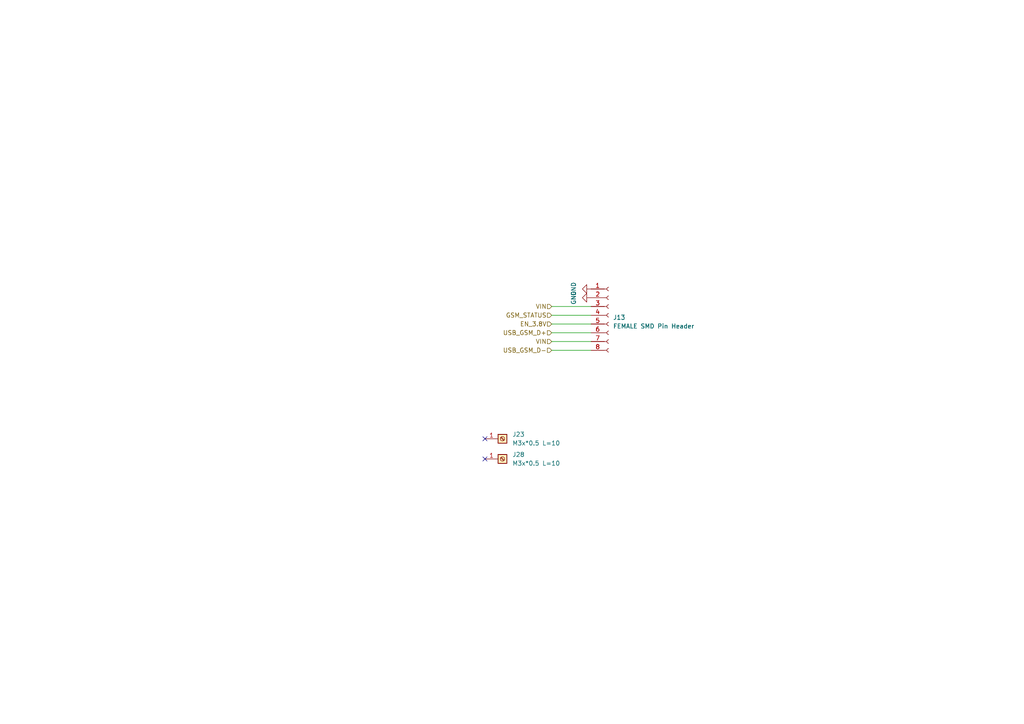
<source format=kicad_sch>
(kicad_sch (version 20230819) (generator eeschema)
  (paper "A4")
  (title_block (company "SmartEQ Information Technologies"))
  (lib_symbols
    (symbol "Connector:Conn_01x08_Socket" (pin_names (offset 1.016) hide)
      (property "Reference" "J" (at 0 10.16 0))
      (property "Value" "Conn_01x08_Socket" (at 0 -12.7 0))
      (symbol "Conn_01x08_Socket_1_1"
        (arc (start 0 -9.652) (mid -0.5058 -10.16) (end 0 -10.668) (stroke (width 0.1524)))
        (arc (start 0 -7.112) (mid -0.5058 -7.62) (end 0 -8.128) (stroke (width 0.1524)))
        (arc (start 0 -4.572) (mid -0.5058 -5.08) (end 0 -5.588) (stroke (width 0.1524)))
        (arc (start 0 -2.032) (mid -0.5058 -2.54) (end 0 -3.048) (stroke (width 0.1524)))
        (polyline (pts (xy -1.27 -10.16) (xy -0.508 -10.16)) (stroke (width 0.1524)))
        (polyline (pts (xy -1.27 -7.62) (xy -0.508 -7.62)) (stroke (width 0.1524)))
        (polyline (pts (xy -1.27 -5.08) (xy -0.508 -5.08)) (stroke (width 0.1524)))
        (polyline (pts (xy -1.27 -2.54) (xy -0.508 -2.54)) (stroke (width 0.1524)))
        (polyline (pts (xy -1.27 0) (xy -0.508 0)) (stroke (width 0.1524)))
        (polyline (pts (xy -1.27 2.54) (xy -0.508 2.54)) (stroke (width 0.1524)))
        (polyline (pts (xy -1.27 5.08) (xy -0.508 5.08)) (stroke (width 0.1524)))
        (polyline (pts (xy -1.27 7.62) (xy -0.508 7.62)) (stroke (width 0.1524)))
        (arc (start 0 0.508) (mid -0.5058 0) (end 0 -0.508) (stroke (width 0.1524)))
        (arc (start 0 3.048) (mid -0.5058 2.54) (end 0 2.032) (stroke (width 0.1524)))
        (arc (start 0 5.588) (mid -0.5058 5.08) (end 0 4.572) (stroke (width 0.1524)))
        (arc (start 0 8.128) (mid -0.5058 7.62) (end 0 7.112) (stroke (width 0.1524)))
        (pin passive line (at -5.08 7.62 0) (length 3.81) (name "Pin_1") (number "1"))
        (pin passive line (at -5.08 5.08 0) (length 3.81) (name "Pin_2") (number "2"))
        (pin passive line (at -5.08 2.54 0) (length 3.81) (name "Pin_3") (number "3"))
        (pin passive line (at -5.08 0 0) (length 3.81) (name "Pin_4") (number "4"))
        (pin passive line (at -5.08 -2.54 0) (length 3.81) (name "Pin_5") (number "5"))
        (pin passive line (at -5.08 -5.08 0) (length 3.81) (name "Pin_6") (number "6"))
        (pin passive line (at -5.08 -7.62 0) (length 3.81) (name "Pin_7") (number "7"))
        (pin passive line (at -5.08 -10.16 0) (length 3.81) (name "Pin_8") (number "8"))
      )
    )
    (symbol "Connector:Screw_Terminal_01x01" (pin_names (offset 1.016) hide)
      (property "Reference" "J" (at 0 2.54 0))
      (property "Value" "Screw_Terminal_01x01" (at 0 -2.54 0))
      (symbol "Screw_Terminal_01x01_1_1"
        (rectangle (start -1.27 1.27) (end 1.27 -1.27) (stroke (width 0.254)) (fill (type background)))
        (polyline (pts (xy -0.5334 0.3302) (xy 0.3302 -0.508)) (stroke (width 0.1524)))
        (polyline (pts (xy -0.3556 0.508) (xy 0.508 -0.3302)) (stroke (width 0.1524)))
        (circle (center 0 0) (radius 0.635) (stroke (width 0.1524)))
        (pin passive line (at -5.08 0 0) (length 3.81) (name "Pin_1") (number "1"))
      )
    )
    (symbol "power:GND" (power) (pin_names (offset 0))
      (property "Value" "GND" (at 0 -3.81 0))
      (symbol "GND_0_1"
        (polyline (pts (xy 0 0) (xy 0 -1.27) (xy 1.27 -1.27) (xy 0 -2.54) (xy -1.27 -1.27) (xy 0 -1.27)))
      )
      (symbol "GND_1_1"
        (pin power_in line (at 0 0 270) (length 0) hide (name "GND") (number "1"))
      )
    )
  )
  (no_connect (at 140.6585 133.117))
  (no_connect (at 140.6585 127.2668))
  (wire (pts (xy 160.02 88.9) (xy 171.45 88.9)))
  (wire (pts (xy 160.02 99.06) (xy 171.45 99.06)))
  (wire (pts (xy 160.02 93.98) (xy 171.45 93.98)))
  (wire (pts (xy 160.02 91.44) (xy 171.45 91.44)))
  (wire (pts (xy 160.02 96.52) (xy 171.45 96.52)))
  (wire (pts (xy 160.02 101.6) (xy 171.45 101.6)))
  (hierarchical_label "EN_3.8V" (shape input) (at 160.02 93.98 180))
  (hierarchical_label "VIN" (shape input) (at 160.02 88.9 180))
  (hierarchical_label "VIN" (shape input) (at 160.02 99.06 180))
  (hierarchical_label "GSM_STATUS" (shape input) (at 160.02 91.44 180))
  (hierarchical_label "USB_GSM_D+" (shape input) (at 160.02 96.52 180))
  (hierarchical_label "USB_GSM_D-" (shape input) (at 160.02 101.6 180))
  (symbol (lib_id "Connector:Screw_Terminal_01x01") (at 145.7385 133.117 0) (unit 1)
    (property "Reference" "J28" (at 148.59 131.8469 0) (effects (justify left)))
    (property "Value" "M3x*0.5 L=10" (at 148.59 134.3869 0) (effects (justify left)))
    (property "Footprint" "Screw_terminal:Screw_terminal_shinbo" (effects hide))
    (property "Description" "Board mounting elevator    M3 hole size, 4 pins PCB-64-M3" (effects hide))
  )
  (symbol (lib_id "power:GND") (at 171.45 83.82 270) (unit 1)
    (property "Reference" "#PWR0142" (effects hide))
    (property "Value" "GND" (at 166.37 83.82 0))
  )
  (symbol (lib_id "power:GND") (at 171.45 86.36 270) (unit 1)
    (property "Reference" "#PWR05" (effects hide))
    (property "Value" "GND" (at 166.37 86.36 0))
  )
  (symbol (lib_id "Connector:Screw_Terminal_01x01") (at 145.7385 127.2668 0) (unit 1)
    (property "Reference" "J23" (at 148.59 125.9967 0) (effects (justify left)))
    (property "Value" "M3x*0.5 L=10" (at 148.59 128.5367 0) (effects (justify left)))
    (property "Footprint" "Screw_terminal:Screw_terminal_shinbo" (effects hide))
    (property "Description" "Board mounting elevator    M3 hole size, 4 pins PCB-64-M3" (effects hide))
  )
  (symbol (lib_id "Connector:Conn_01x08_Socket") (at 176.53 91.44 0) (unit 1)
    (property "Reference" "J13" (at 177.8 92.075 0) (effects (justify left)))
    (property "Value" "FEMALE SMD Pin Header" (at 177.8 94.615 0) (effects (justify left)))
    (property "Footprint" "Connector_PinSocket_2.00mm:PinSocket_2x04_P2.00mm_Vertical_SMD" (effects hide))
  )
)
</source>
